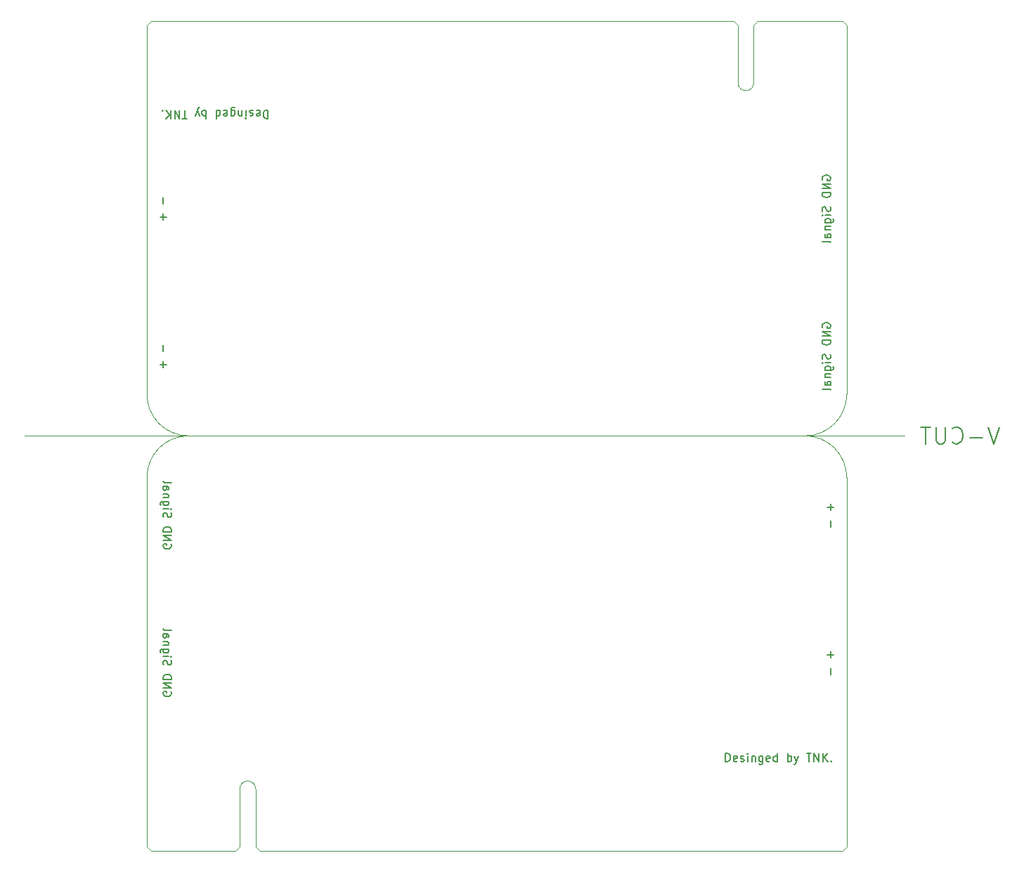
<source format=gbo>
G04 #@! TF.GenerationSoftware,KiCad,Pcbnew,(5.1.5)-3*
G04 #@! TF.CreationDate,2020-02-02T20:29:06+09:00*
G04 #@! TF.ProjectId,Tape-LED_Blinky-fin,54617065-2d4c-4454-945f-426c696e6b79,rev?*
G04 #@! TF.SameCoordinates,Original*
G04 #@! TF.FileFunction,Legend,Bot*
G04 #@! TF.FilePolarity,Positive*
%FSLAX46Y46*%
G04 Gerber Fmt 4.6, Leading zero omitted, Abs format (unit mm)*
G04 Created by KiCad (PCBNEW (5.1.5)-3) date 2020-02-02 20:29:06*
%MOMM*%
%LPD*%
G04 APERTURE LIST*
%ADD10C,0.150000*%
%ADD11C,0.120000*%
%ADD12C,0.100000*%
%ADD13R,0.802000X4.402000*%
%ADD14R,0.802000X3.302000*%
%ADD15C,1.702000*%
%ADD16O,1.702000X1.702000*%
%ADD17R,1.702000X1.702000*%
%ADD18R,2.007000X2.102000*%
%ADD19O,2.007000X2.102000*%
%ADD20R,1.802000X1.802000*%
%ADD21O,1.802000X1.802000*%
G04 APERTURE END LIST*
D10*
X197014285Y-102404761D02*
X196347619Y-104404761D01*
X195680952Y-102404761D01*
X195014285Y-103642857D02*
X193490476Y-103642857D01*
X191395238Y-104214285D02*
X191490476Y-104309523D01*
X191776190Y-104404761D01*
X191966666Y-104404761D01*
X192252380Y-104309523D01*
X192442857Y-104119047D01*
X192538095Y-103928571D01*
X192633333Y-103547619D01*
X192633333Y-103261904D01*
X192538095Y-102880952D01*
X192442857Y-102690476D01*
X192252380Y-102500000D01*
X191966666Y-102404761D01*
X191776190Y-102404761D01*
X191490476Y-102500000D01*
X191395238Y-102595238D01*
X190538095Y-102404761D02*
X190538095Y-104023809D01*
X190442857Y-104214285D01*
X190347619Y-104309523D01*
X190157142Y-104404761D01*
X189776190Y-104404761D01*
X189585714Y-104309523D01*
X189490476Y-104214285D01*
X189395238Y-104023809D01*
X189395238Y-102404761D01*
X188728571Y-102404761D02*
X187585714Y-102404761D01*
X188157142Y-104404761D02*
X188157142Y-102404761D01*
D11*
X99350000Y-103450000D02*
X79650000Y-103450000D01*
X173650000Y-103450000D02*
X185600000Y-103450000D01*
X99350000Y-103450000D02*
X173650000Y-103450000D01*
D10*
X96306428Y-77465952D02*
X96306428Y-76704047D01*
X96687380Y-77085000D02*
X95925476Y-77085000D01*
X96306428Y-75465952D02*
X96306428Y-74704047D01*
X96306428Y-95245952D02*
X96306428Y-94484047D01*
X96687380Y-94865000D02*
X95925476Y-94865000D01*
X96306428Y-93245952D02*
X96306428Y-92484047D01*
X108942142Y-64202619D02*
X108942142Y-65202619D01*
X108704047Y-65202619D01*
X108561190Y-65155000D01*
X108465952Y-65059761D01*
X108418333Y-64964523D01*
X108370714Y-64774047D01*
X108370714Y-64631190D01*
X108418333Y-64440714D01*
X108465952Y-64345476D01*
X108561190Y-64250238D01*
X108704047Y-64202619D01*
X108942142Y-64202619D01*
X107561190Y-64250238D02*
X107656428Y-64202619D01*
X107846904Y-64202619D01*
X107942142Y-64250238D01*
X107989761Y-64345476D01*
X107989761Y-64726428D01*
X107942142Y-64821666D01*
X107846904Y-64869285D01*
X107656428Y-64869285D01*
X107561190Y-64821666D01*
X107513571Y-64726428D01*
X107513571Y-64631190D01*
X107989761Y-64535952D01*
X107132619Y-64250238D02*
X107037380Y-64202619D01*
X106846904Y-64202619D01*
X106751666Y-64250238D01*
X106704047Y-64345476D01*
X106704047Y-64393095D01*
X106751666Y-64488333D01*
X106846904Y-64535952D01*
X106989761Y-64535952D01*
X107085000Y-64583571D01*
X107132619Y-64678809D01*
X107132619Y-64726428D01*
X107085000Y-64821666D01*
X106989761Y-64869285D01*
X106846904Y-64869285D01*
X106751666Y-64821666D01*
X106275476Y-64202619D02*
X106275476Y-64869285D01*
X106275476Y-65202619D02*
X106323095Y-65155000D01*
X106275476Y-65107380D01*
X106227857Y-65155000D01*
X106275476Y-65202619D01*
X106275476Y-65107380D01*
X105799285Y-64869285D02*
X105799285Y-64202619D01*
X105799285Y-64774047D02*
X105751666Y-64821666D01*
X105656428Y-64869285D01*
X105513571Y-64869285D01*
X105418333Y-64821666D01*
X105370714Y-64726428D01*
X105370714Y-64202619D01*
X104465952Y-64869285D02*
X104465952Y-64059761D01*
X104513571Y-63964523D01*
X104561190Y-63916904D01*
X104656428Y-63869285D01*
X104799285Y-63869285D01*
X104894523Y-63916904D01*
X104465952Y-64250238D02*
X104561190Y-64202619D01*
X104751666Y-64202619D01*
X104846904Y-64250238D01*
X104894523Y-64297857D01*
X104942142Y-64393095D01*
X104942142Y-64678809D01*
X104894523Y-64774047D01*
X104846904Y-64821666D01*
X104751666Y-64869285D01*
X104561190Y-64869285D01*
X104465952Y-64821666D01*
X103608809Y-64250238D02*
X103704047Y-64202619D01*
X103894523Y-64202619D01*
X103989761Y-64250238D01*
X104037380Y-64345476D01*
X104037380Y-64726428D01*
X103989761Y-64821666D01*
X103894523Y-64869285D01*
X103704047Y-64869285D01*
X103608809Y-64821666D01*
X103561190Y-64726428D01*
X103561190Y-64631190D01*
X104037380Y-64535952D01*
X102704047Y-64202619D02*
X102704047Y-65202619D01*
X102704047Y-64250238D02*
X102799285Y-64202619D01*
X102989761Y-64202619D01*
X103085000Y-64250238D01*
X103132619Y-64297857D01*
X103180238Y-64393095D01*
X103180238Y-64678809D01*
X103132619Y-64774047D01*
X103085000Y-64821666D01*
X102989761Y-64869285D01*
X102799285Y-64869285D01*
X102704047Y-64821666D01*
X101465952Y-64202619D02*
X101465952Y-65202619D01*
X101465952Y-64821666D02*
X101370714Y-64869285D01*
X101180238Y-64869285D01*
X101085000Y-64821666D01*
X101037380Y-64774047D01*
X100989761Y-64678809D01*
X100989761Y-64393095D01*
X101037380Y-64297857D01*
X101085000Y-64250238D01*
X101180238Y-64202619D01*
X101370714Y-64202619D01*
X101465952Y-64250238D01*
X100656428Y-64869285D02*
X100418333Y-64202619D01*
X100180238Y-64869285D02*
X100418333Y-64202619D01*
X100513571Y-63964523D01*
X100561190Y-63916904D01*
X100656428Y-63869285D01*
X99180238Y-65202619D02*
X98608809Y-65202619D01*
X98894523Y-64202619D02*
X98894523Y-65202619D01*
X98275476Y-64202619D02*
X98275476Y-65202619D01*
X97704047Y-64202619D01*
X97704047Y-65202619D01*
X97227857Y-64202619D02*
X97227857Y-65202619D01*
X96656428Y-64202619D02*
X97085000Y-64774047D01*
X96656428Y-65202619D02*
X97227857Y-64631190D01*
X96227857Y-64297857D02*
X96180238Y-64250238D01*
X96227857Y-64202619D01*
X96275476Y-64250238D01*
X96227857Y-64297857D01*
X96227857Y-64202619D01*
D12*
X99355000Y-103445000D02*
G75*
G02X94355000Y-98445000I0J5000000D01*
G01*
X178655000Y-61845000D02*
X178655000Y-98445000D01*
X94355000Y-61845000D02*
X94355000Y-98445000D01*
X178655000Y-98445000D02*
G75*
G02X173655000Y-103445000I-5000000J0D01*
G01*
D10*
X175745000Y-72608809D02*
X175697380Y-72513571D01*
X175697380Y-72370714D01*
X175745000Y-72227857D01*
X175840238Y-72132619D01*
X175935476Y-72085000D01*
X176125952Y-72037380D01*
X176268809Y-72037380D01*
X176459285Y-72085000D01*
X176554523Y-72132619D01*
X176649761Y-72227857D01*
X176697380Y-72370714D01*
X176697380Y-72465952D01*
X176649761Y-72608809D01*
X176602142Y-72656428D01*
X176268809Y-72656428D01*
X176268809Y-72465952D01*
X176697380Y-73085000D02*
X175697380Y-73085000D01*
X176697380Y-73656428D01*
X175697380Y-73656428D01*
X176697380Y-74132619D02*
X175697380Y-74132619D01*
X175697380Y-74370714D01*
X175745000Y-74513571D01*
X175840238Y-74608809D01*
X175935476Y-74656428D01*
X176125952Y-74704047D01*
X176268809Y-74704047D01*
X176459285Y-74656428D01*
X176554523Y-74608809D01*
X176649761Y-74513571D01*
X176697380Y-74370714D01*
X176697380Y-74132619D01*
X176649761Y-75846904D02*
X176697380Y-75989761D01*
X176697380Y-76227857D01*
X176649761Y-76323095D01*
X176602142Y-76370714D01*
X176506904Y-76418333D01*
X176411666Y-76418333D01*
X176316428Y-76370714D01*
X176268809Y-76323095D01*
X176221190Y-76227857D01*
X176173571Y-76037380D01*
X176125952Y-75942142D01*
X176078333Y-75894523D01*
X175983095Y-75846904D01*
X175887857Y-75846904D01*
X175792619Y-75894523D01*
X175745000Y-75942142D01*
X175697380Y-76037380D01*
X175697380Y-76275476D01*
X175745000Y-76418333D01*
X176697380Y-76846904D02*
X176030714Y-76846904D01*
X175697380Y-76846904D02*
X175745000Y-76799285D01*
X175792619Y-76846904D01*
X175745000Y-76894523D01*
X175697380Y-76846904D01*
X175792619Y-76846904D01*
X176030714Y-77751666D02*
X176840238Y-77751666D01*
X176935476Y-77704047D01*
X176983095Y-77656428D01*
X177030714Y-77561190D01*
X177030714Y-77418333D01*
X176983095Y-77323095D01*
X176649761Y-77751666D02*
X176697380Y-77656428D01*
X176697380Y-77465952D01*
X176649761Y-77370714D01*
X176602142Y-77323095D01*
X176506904Y-77275476D01*
X176221190Y-77275476D01*
X176125952Y-77323095D01*
X176078333Y-77370714D01*
X176030714Y-77465952D01*
X176030714Y-77656428D01*
X176078333Y-77751666D01*
X176030714Y-78227857D02*
X176697380Y-78227857D01*
X176125952Y-78227857D02*
X176078333Y-78275476D01*
X176030714Y-78370714D01*
X176030714Y-78513571D01*
X176078333Y-78608809D01*
X176173571Y-78656428D01*
X176697380Y-78656428D01*
X176697380Y-79561190D02*
X176173571Y-79561190D01*
X176078333Y-79513571D01*
X176030714Y-79418333D01*
X176030714Y-79227857D01*
X176078333Y-79132619D01*
X176649761Y-79561190D02*
X176697380Y-79465952D01*
X176697380Y-79227857D01*
X176649761Y-79132619D01*
X176554523Y-79085000D01*
X176459285Y-79085000D01*
X176364047Y-79132619D01*
X176316428Y-79227857D01*
X176316428Y-79465952D01*
X176268809Y-79561190D01*
X176697380Y-80180238D02*
X176649761Y-80085000D01*
X176554523Y-80037380D01*
X175697380Y-80037380D01*
X175745000Y-90388809D02*
X175697380Y-90293571D01*
X175697380Y-90150714D01*
X175745000Y-90007857D01*
X175840238Y-89912619D01*
X175935476Y-89865000D01*
X176125952Y-89817380D01*
X176268809Y-89817380D01*
X176459285Y-89865000D01*
X176554523Y-89912619D01*
X176649761Y-90007857D01*
X176697380Y-90150714D01*
X176697380Y-90245952D01*
X176649761Y-90388809D01*
X176602142Y-90436428D01*
X176268809Y-90436428D01*
X176268809Y-90245952D01*
X176697380Y-90865000D02*
X175697380Y-90865000D01*
X176697380Y-91436428D01*
X175697380Y-91436428D01*
X176697380Y-91912619D02*
X175697380Y-91912619D01*
X175697380Y-92150714D01*
X175745000Y-92293571D01*
X175840238Y-92388809D01*
X175935476Y-92436428D01*
X176125952Y-92484047D01*
X176268809Y-92484047D01*
X176459285Y-92436428D01*
X176554523Y-92388809D01*
X176649761Y-92293571D01*
X176697380Y-92150714D01*
X176697380Y-91912619D01*
X176649761Y-93626904D02*
X176697380Y-93769761D01*
X176697380Y-94007857D01*
X176649761Y-94103095D01*
X176602142Y-94150714D01*
X176506904Y-94198333D01*
X176411666Y-94198333D01*
X176316428Y-94150714D01*
X176268809Y-94103095D01*
X176221190Y-94007857D01*
X176173571Y-93817380D01*
X176125952Y-93722142D01*
X176078333Y-93674523D01*
X175983095Y-93626904D01*
X175887857Y-93626904D01*
X175792619Y-93674523D01*
X175745000Y-93722142D01*
X175697380Y-93817380D01*
X175697380Y-94055476D01*
X175745000Y-94198333D01*
X176697380Y-94626904D02*
X176030714Y-94626904D01*
X175697380Y-94626904D02*
X175745000Y-94579285D01*
X175792619Y-94626904D01*
X175745000Y-94674523D01*
X175697380Y-94626904D01*
X175792619Y-94626904D01*
X176030714Y-95531666D02*
X176840238Y-95531666D01*
X176935476Y-95484047D01*
X176983095Y-95436428D01*
X177030714Y-95341190D01*
X177030714Y-95198333D01*
X176983095Y-95103095D01*
X176649761Y-95531666D02*
X176697380Y-95436428D01*
X176697380Y-95245952D01*
X176649761Y-95150714D01*
X176602142Y-95103095D01*
X176506904Y-95055476D01*
X176221190Y-95055476D01*
X176125952Y-95103095D01*
X176078333Y-95150714D01*
X176030714Y-95245952D01*
X176030714Y-95436428D01*
X176078333Y-95531666D01*
X176030714Y-96007857D02*
X176697380Y-96007857D01*
X176125952Y-96007857D02*
X176078333Y-96055476D01*
X176030714Y-96150714D01*
X176030714Y-96293571D01*
X176078333Y-96388809D01*
X176173571Y-96436428D01*
X176697380Y-96436428D01*
X176697380Y-97341190D02*
X176173571Y-97341190D01*
X176078333Y-97293571D01*
X176030714Y-97198333D01*
X176030714Y-97007857D01*
X176078333Y-96912619D01*
X176649761Y-97341190D02*
X176697380Y-97245952D01*
X176697380Y-97007857D01*
X176649761Y-96912619D01*
X176554523Y-96865000D01*
X176459285Y-96865000D01*
X176364047Y-96912619D01*
X176316428Y-97007857D01*
X176316428Y-97245952D01*
X176268809Y-97341190D01*
X176697380Y-97960238D02*
X176649761Y-97865000D01*
X176554523Y-97817380D01*
X175697380Y-97817380D01*
X164062857Y-142692380D02*
X164062857Y-141692380D01*
X164300952Y-141692380D01*
X164443809Y-141740000D01*
X164539047Y-141835238D01*
X164586666Y-141930476D01*
X164634285Y-142120952D01*
X164634285Y-142263809D01*
X164586666Y-142454285D01*
X164539047Y-142549523D01*
X164443809Y-142644761D01*
X164300952Y-142692380D01*
X164062857Y-142692380D01*
X165443809Y-142644761D02*
X165348571Y-142692380D01*
X165158095Y-142692380D01*
X165062857Y-142644761D01*
X165015238Y-142549523D01*
X165015238Y-142168571D01*
X165062857Y-142073333D01*
X165158095Y-142025714D01*
X165348571Y-142025714D01*
X165443809Y-142073333D01*
X165491428Y-142168571D01*
X165491428Y-142263809D01*
X165015238Y-142359047D01*
X165872380Y-142644761D02*
X165967619Y-142692380D01*
X166158095Y-142692380D01*
X166253333Y-142644761D01*
X166300952Y-142549523D01*
X166300952Y-142501904D01*
X166253333Y-142406666D01*
X166158095Y-142359047D01*
X166015238Y-142359047D01*
X165920000Y-142311428D01*
X165872380Y-142216190D01*
X165872380Y-142168571D01*
X165920000Y-142073333D01*
X166015238Y-142025714D01*
X166158095Y-142025714D01*
X166253333Y-142073333D01*
X166729523Y-142692380D02*
X166729523Y-142025714D01*
X166729523Y-141692380D02*
X166681904Y-141740000D01*
X166729523Y-141787619D01*
X166777142Y-141740000D01*
X166729523Y-141692380D01*
X166729523Y-141787619D01*
X167205714Y-142025714D02*
X167205714Y-142692380D01*
X167205714Y-142120952D02*
X167253333Y-142073333D01*
X167348571Y-142025714D01*
X167491428Y-142025714D01*
X167586666Y-142073333D01*
X167634285Y-142168571D01*
X167634285Y-142692380D01*
X168539047Y-142025714D02*
X168539047Y-142835238D01*
X168491428Y-142930476D01*
X168443809Y-142978095D01*
X168348571Y-143025714D01*
X168205714Y-143025714D01*
X168110476Y-142978095D01*
X168539047Y-142644761D02*
X168443809Y-142692380D01*
X168253333Y-142692380D01*
X168158095Y-142644761D01*
X168110476Y-142597142D01*
X168062857Y-142501904D01*
X168062857Y-142216190D01*
X168110476Y-142120952D01*
X168158095Y-142073333D01*
X168253333Y-142025714D01*
X168443809Y-142025714D01*
X168539047Y-142073333D01*
X169396190Y-142644761D02*
X169300952Y-142692380D01*
X169110476Y-142692380D01*
X169015238Y-142644761D01*
X168967619Y-142549523D01*
X168967619Y-142168571D01*
X169015238Y-142073333D01*
X169110476Y-142025714D01*
X169300952Y-142025714D01*
X169396190Y-142073333D01*
X169443809Y-142168571D01*
X169443809Y-142263809D01*
X168967619Y-142359047D01*
X170300952Y-142692380D02*
X170300952Y-141692380D01*
X170300952Y-142644761D02*
X170205714Y-142692380D01*
X170015238Y-142692380D01*
X169920000Y-142644761D01*
X169872380Y-142597142D01*
X169824761Y-142501904D01*
X169824761Y-142216190D01*
X169872380Y-142120952D01*
X169920000Y-142073333D01*
X170015238Y-142025714D01*
X170205714Y-142025714D01*
X170300952Y-142073333D01*
X171539047Y-142692380D02*
X171539047Y-141692380D01*
X171539047Y-142073333D02*
X171634285Y-142025714D01*
X171824761Y-142025714D01*
X171920000Y-142073333D01*
X171967619Y-142120952D01*
X172015238Y-142216190D01*
X172015238Y-142501904D01*
X171967619Y-142597142D01*
X171920000Y-142644761D01*
X171824761Y-142692380D01*
X171634285Y-142692380D01*
X171539047Y-142644761D01*
X172348571Y-142025714D02*
X172586666Y-142692380D01*
X172824761Y-142025714D02*
X172586666Y-142692380D01*
X172491428Y-142930476D01*
X172443809Y-142978095D01*
X172348571Y-143025714D01*
X173824761Y-141692380D02*
X174396190Y-141692380D01*
X174110476Y-142692380D02*
X174110476Y-141692380D01*
X174729523Y-142692380D02*
X174729523Y-141692380D01*
X175300952Y-142692380D01*
X175300952Y-141692380D01*
X175777142Y-142692380D02*
X175777142Y-141692380D01*
X176348571Y-142692380D02*
X175920000Y-142120952D01*
X176348571Y-141692380D02*
X175777142Y-142263809D01*
X176777142Y-142597142D02*
X176824761Y-142644761D01*
X176777142Y-142692380D01*
X176729523Y-142644761D01*
X176777142Y-142597142D01*
X176777142Y-142692380D01*
D12*
X173650000Y-103450000D02*
G75*
G02X178650000Y-108450000I0J-5000000D01*
G01*
X94350000Y-108450000D02*
G75*
G02X99350000Y-103450000I5000000J0D01*
G01*
D10*
X176698571Y-111649047D02*
X176698571Y-112410952D01*
X176317619Y-112030000D02*
X177079523Y-112030000D01*
X176698571Y-113649047D02*
X176698571Y-114410952D01*
X176698571Y-129429047D02*
X176698571Y-130190952D01*
X176317619Y-129810000D02*
X177079523Y-129810000D01*
X176698571Y-131429047D02*
X176698571Y-132190952D01*
X97260000Y-134286190D02*
X97307619Y-134381428D01*
X97307619Y-134524285D01*
X97260000Y-134667142D01*
X97164761Y-134762380D01*
X97069523Y-134810000D01*
X96879047Y-134857619D01*
X96736190Y-134857619D01*
X96545714Y-134810000D01*
X96450476Y-134762380D01*
X96355238Y-134667142D01*
X96307619Y-134524285D01*
X96307619Y-134429047D01*
X96355238Y-134286190D01*
X96402857Y-134238571D01*
X96736190Y-134238571D01*
X96736190Y-134429047D01*
X96307619Y-133810000D02*
X97307619Y-133810000D01*
X96307619Y-133238571D01*
X97307619Y-133238571D01*
X96307619Y-132762380D02*
X97307619Y-132762380D01*
X97307619Y-132524285D01*
X97260000Y-132381428D01*
X97164761Y-132286190D01*
X97069523Y-132238571D01*
X96879047Y-132190952D01*
X96736190Y-132190952D01*
X96545714Y-132238571D01*
X96450476Y-132286190D01*
X96355238Y-132381428D01*
X96307619Y-132524285D01*
X96307619Y-132762380D01*
X96355238Y-131048095D02*
X96307619Y-130905238D01*
X96307619Y-130667142D01*
X96355238Y-130571904D01*
X96402857Y-130524285D01*
X96498095Y-130476666D01*
X96593333Y-130476666D01*
X96688571Y-130524285D01*
X96736190Y-130571904D01*
X96783809Y-130667142D01*
X96831428Y-130857619D01*
X96879047Y-130952857D01*
X96926666Y-131000476D01*
X97021904Y-131048095D01*
X97117142Y-131048095D01*
X97212380Y-131000476D01*
X97260000Y-130952857D01*
X97307619Y-130857619D01*
X97307619Y-130619523D01*
X97260000Y-130476666D01*
X96307619Y-130048095D02*
X96974285Y-130048095D01*
X97307619Y-130048095D02*
X97260000Y-130095714D01*
X97212380Y-130048095D01*
X97260000Y-130000476D01*
X97307619Y-130048095D01*
X97212380Y-130048095D01*
X96974285Y-129143333D02*
X96164761Y-129143333D01*
X96069523Y-129190952D01*
X96021904Y-129238571D01*
X95974285Y-129333809D01*
X95974285Y-129476666D01*
X96021904Y-129571904D01*
X96355238Y-129143333D02*
X96307619Y-129238571D01*
X96307619Y-129429047D01*
X96355238Y-129524285D01*
X96402857Y-129571904D01*
X96498095Y-129619523D01*
X96783809Y-129619523D01*
X96879047Y-129571904D01*
X96926666Y-129524285D01*
X96974285Y-129429047D01*
X96974285Y-129238571D01*
X96926666Y-129143333D01*
X96974285Y-128667142D02*
X96307619Y-128667142D01*
X96879047Y-128667142D02*
X96926666Y-128619523D01*
X96974285Y-128524285D01*
X96974285Y-128381428D01*
X96926666Y-128286190D01*
X96831428Y-128238571D01*
X96307619Y-128238571D01*
X96307619Y-127333809D02*
X96831428Y-127333809D01*
X96926666Y-127381428D01*
X96974285Y-127476666D01*
X96974285Y-127667142D01*
X96926666Y-127762380D01*
X96355238Y-127333809D02*
X96307619Y-127429047D01*
X96307619Y-127667142D01*
X96355238Y-127762380D01*
X96450476Y-127810000D01*
X96545714Y-127810000D01*
X96640952Y-127762380D01*
X96688571Y-127667142D01*
X96688571Y-127429047D01*
X96736190Y-127333809D01*
X96307619Y-126714761D02*
X96355238Y-126810000D01*
X96450476Y-126857619D01*
X97307619Y-126857619D01*
X97260000Y-116506190D02*
X97307619Y-116601428D01*
X97307619Y-116744285D01*
X97260000Y-116887142D01*
X97164761Y-116982380D01*
X97069523Y-117030000D01*
X96879047Y-117077619D01*
X96736190Y-117077619D01*
X96545714Y-117030000D01*
X96450476Y-116982380D01*
X96355238Y-116887142D01*
X96307619Y-116744285D01*
X96307619Y-116649047D01*
X96355238Y-116506190D01*
X96402857Y-116458571D01*
X96736190Y-116458571D01*
X96736190Y-116649047D01*
X96307619Y-116030000D02*
X97307619Y-116030000D01*
X96307619Y-115458571D01*
X97307619Y-115458571D01*
X96307619Y-114982380D02*
X97307619Y-114982380D01*
X97307619Y-114744285D01*
X97260000Y-114601428D01*
X97164761Y-114506190D01*
X97069523Y-114458571D01*
X96879047Y-114410952D01*
X96736190Y-114410952D01*
X96545714Y-114458571D01*
X96450476Y-114506190D01*
X96355238Y-114601428D01*
X96307619Y-114744285D01*
X96307619Y-114982380D01*
X96355238Y-113268095D02*
X96307619Y-113125238D01*
X96307619Y-112887142D01*
X96355238Y-112791904D01*
X96402857Y-112744285D01*
X96498095Y-112696666D01*
X96593333Y-112696666D01*
X96688571Y-112744285D01*
X96736190Y-112791904D01*
X96783809Y-112887142D01*
X96831428Y-113077619D01*
X96879047Y-113172857D01*
X96926666Y-113220476D01*
X97021904Y-113268095D01*
X97117142Y-113268095D01*
X97212380Y-113220476D01*
X97260000Y-113172857D01*
X97307619Y-113077619D01*
X97307619Y-112839523D01*
X97260000Y-112696666D01*
X96307619Y-112268095D02*
X96974285Y-112268095D01*
X97307619Y-112268095D02*
X97260000Y-112315714D01*
X97212380Y-112268095D01*
X97260000Y-112220476D01*
X97307619Y-112268095D01*
X97212380Y-112268095D01*
X96974285Y-111363333D02*
X96164761Y-111363333D01*
X96069523Y-111410952D01*
X96021904Y-111458571D01*
X95974285Y-111553809D01*
X95974285Y-111696666D01*
X96021904Y-111791904D01*
X96355238Y-111363333D02*
X96307619Y-111458571D01*
X96307619Y-111649047D01*
X96355238Y-111744285D01*
X96402857Y-111791904D01*
X96498095Y-111839523D01*
X96783809Y-111839523D01*
X96879047Y-111791904D01*
X96926666Y-111744285D01*
X96974285Y-111649047D01*
X96974285Y-111458571D01*
X96926666Y-111363333D01*
X96974285Y-110887142D02*
X96307619Y-110887142D01*
X96879047Y-110887142D02*
X96926666Y-110839523D01*
X96974285Y-110744285D01*
X96974285Y-110601428D01*
X96926666Y-110506190D01*
X96831428Y-110458571D01*
X96307619Y-110458571D01*
X96307619Y-109553809D02*
X96831428Y-109553809D01*
X96926666Y-109601428D01*
X96974285Y-109696666D01*
X96974285Y-109887142D01*
X96926666Y-109982380D01*
X96355238Y-109553809D02*
X96307619Y-109649047D01*
X96307619Y-109887142D01*
X96355238Y-109982380D01*
X96450476Y-110030000D01*
X96545714Y-110030000D01*
X96640952Y-109982380D01*
X96688571Y-109887142D01*
X96688571Y-109649047D01*
X96736190Y-109553809D01*
X96307619Y-108934761D02*
X96355238Y-109030000D01*
X96450476Y-109077619D01*
X97307619Y-109077619D01*
D12*
X178650000Y-145050000D02*
X178650000Y-108450000D01*
X94350000Y-145050000D02*
X94350000Y-108450000D01*
X167455000Y-60895000D02*
X167455000Y-53945000D01*
X165555000Y-60895000D02*
X165555000Y-53945000D01*
X178655000Y-61845000D02*
X178655000Y-53945000D01*
X178155000Y-53445000D02*
X167955000Y-53445000D01*
X94355000Y-61845000D02*
X94355000Y-53945000D01*
X165055000Y-53445000D02*
X94855000Y-53445000D01*
X178655000Y-53945000D02*
X178155000Y-53445000D01*
X167455000Y-53945000D02*
X167955000Y-53445000D01*
X165555000Y-53945000D02*
X165055000Y-53445000D01*
X94355000Y-53945000D02*
X94855000Y-53445000D01*
X167455000Y-60895000D02*
G75*
G02X165555000Y-60895000I-950000J0D01*
G01*
X105550000Y-146000000D02*
G75*
G02X107450000Y-146000000I950000J0D01*
G01*
X178650000Y-152950000D02*
X178150000Y-153450000D01*
X107450000Y-152950000D02*
X107950000Y-153450000D01*
X105550000Y-152950000D02*
X105050000Y-153450000D01*
X94350000Y-152950000D02*
X94850000Y-153450000D01*
X107950000Y-153450000D02*
X178150000Y-153450000D01*
X178650000Y-145050000D02*
X178650000Y-152950000D01*
X94850000Y-153450000D02*
X105050000Y-153450000D01*
X94350000Y-145050000D02*
X94350000Y-152950000D01*
X107450000Y-146000000D02*
X107450000Y-152950000D01*
X105550000Y-146000000D02*
X105550000Y-152950000D01*
%LPC*%
D13*
X136005000Y-56895000D03*
X137005000Y-56895000D03*
X138005000Y-56895000D03*
X139005000Y-56895000D03*
X140005000Y-56895000D03*
X141005000Y-56895000D03*
X142005000Y-56895000D03*
X143005000Y-56895000D03*
X144005000Y-56895000D03*
X145005000Y-56895000D03*
X146005000Y-56895000D03*
X147005000Y-56895000D03*
X148005000Y-56895000D03*
X149005000Y-56895000D03*
X150005000Y-56895000D03*
X151005000Y-56895000D03*
X152005000Y-56895000D03*
X153005000Y-56895000D03*
X154005000Y-56895000D03*
X155005000Y-56895000D03*
X156005000Y-56895000D03*
X157005000Y-56895000D03*
X158005000Y-56895000D03*
D14*
X178005000Y-57445000D03*
D13*
X177005000Y-56895000D03*
X176005000Y-56895000D03*
X175005000Y-56895000D03*
X174005000Y-56895000D03*
X173005000Y-56895000D03*
X172005000Y-56895000D03*
X171005000Y-56895000D03*
X170005000Y-56895000D03*
X169005000Y-56895000D03*
X168005000Y-56895000D03*
X163005000Y-56895000D03*
X162005000Y-56895000D03*
X161005000Y-56895000D03*
X160005000Y-56895000D03*
X159005000Y-56895000D03*
X165005000Y-56895000D03*
X164005000Y-56895000D03*
X135005000Y-56895000D03*
X134005000Y-56895000D03*
X133005000Y-56895000D03*
X132005000Y-56895000D03*
X131005000Y-56895000D03*
X130005000Y-56895000D03*
X129005000Y-56895000D03*
X128005000Y-56895000D03*
X127005000Y-56895000D03*
X126005000Y-56895000D03*
X125005000Y-56895000D03*
X124005000Y-56895000D03*
X123005000Y-56895000D03*
X122005000Y-56895000D03*
X121005000Y-56895000D03*
X120005000Y-56895000D03*
X119005000Y-56895000D03*
X118005000Y-56895000D03*
X117005000Y-56895000D03*
X116005000Y-56895000D03*
X115005000Y-56895000D03*
X114005000Y-56895000D03*
X113005000Y-56895000D03*
X112005000Y-56895000D03*
X111005000Y-56895000D03*
X110005000Y-56895000D03*
X109005000Y-56895000D03*
X108005000Y-56895000D03*
X107005000Y-56895000D03*
X106005000Y-56895000D03*
X105005000Y-56895000D03*
X104005000Y-56895000D03*
X103005000Y-56895000D03*
X102005000Y-56895000D03*
X101005000Y-56895000D03*
X100005000Y-56895000D03*
X99005000Y-56895000D03*
X98005000Y-56895000D03*
X97005000Y-56895000D03*
X96005000Y-56895000D03*
X95005000Y-56895000D03*
D15*
X120365000Y-69735000D03*
D16*
X110205000Y-69735000D03*
D17*
X150845000Y-95135000D03*
D16*
X143225000Y-92595000D03*
X150845000Y-92595000D03*
X143225000Y-95135000D03*
D18*
X163545000Y-67195000D03*
D19*
X161005000Y-64695000D03*
X158465000Y-67195000D03*
D20*
X100045000Y-74815000D03*
D21*
X100045000Y-77355000D03*
D18*
X120365000Y-77355000D03*
D19*
X117825000Y-74855000D03*
X115285000Y-77355000D03*
D15*
X155925000Y-77355000D03*
D16*
X166085000Y-77355000D03*
D20*
X100045000Y-92595000D03*
D21*
X100045000Y-95135000D03*
D15*
X155925000Y-95135000D03*
D16*
X166085000Y-95135000D03*
D18*
X120365000Y-95135000D03*
D19*
X117825000Y-92635000D03*
X115285000Y-95135000D03*
D15*
X127985000Y-69735000D03*
D16*
X138145000Y-69735000D03*
D17*
X150845000Y-77355000D03*
D16*
X143225000Y-74815000D03*
X150845000Y-74815000D03*
X143225000Y-77355000D03*
D20*
X173705000Y-92595000D03*
D21*
X173705000Y-95135000D03*
D15*
X127985000Y-77355000D03*
D16*
X138145000Y-77355000D03*
D20*
X173705000Y-74815000D03*
D21*
X173705000Y-77355000D03*
D15*
X127985000Y-95135000D03*
D16*
X138145000Y-95135000D03*
D15*
X127985000Y-87515000D03*
D16*
X138145000Y-87515000D03*
D15*
X120365000Y-87515000D03*
D16*
X110205000Y-87515000D03*
X129780000Y-111760000D03*
X122160000Y-114300000D03*
X129780000Y-114300000D03*
D17*
X122160000Y-111760000D03*
D16*
X162800000Y-119380000D03*
D15*
X152640000Y-119380000D03*
D16*
X134860000Y-119380000D03*
D15*
X145020000Y-119380000D03*
D16*
X106920000Y-111760000D03*
D15*
X117080000Y-111760000D03*
D16*
X134860000Y-111760000D03*
D15*
X145020000Y-111760000D03*
D19*
X157720000Y-111760000D03*
X155180000Y-114260000D03*
D18*
X152640000Y-111760000D03*
D21*
X99300000Y-111760000D03*
D20*
X99300000Y-114300000D03*
D21*
X172960000Y-111760000D03*
D20*
X172960000Y-114300000D03*
D16*
X129780000Y-129540000D03*
X122160000Y-132080000D03*
X129780000Y-132080000D03*
D17*
X122160000Y-129540000D03*
D13*
X178000000Y-150000000D03*
X177000000Y-150000000D03*
X176000000Y-150000000D03*
X175000000Y-150000000D03*
X174000000Y-150000000D03*
X173000000Y-150000000D03*
X172000000Y-150000000D03*
X171000000Y-150000000D03*
X170000000Y-150000000D03*
X169000000Y-150000000D03*
X168000000Y-150000000D03*
X167000000Y-150000000D03*
X166000000Y-150000000D03*
X165000000Y-150000000D03*
X164000000Y-150000000D03*
X163000000Y-150000000D03*
X162000000Y-150000000D03*
X161000000Y-150000000D03*
X160000000Y-150000000D03*
X159000000Y-150000000D03*
X158000000Y-150000000D03*
X157000000Y-150000000D03*
X156000000Y-150000000D03*
X155000000Y-150000000D03*
X154000000Y-150000000D03*
X153000000Y-150000000D03*
X152000000Y-150000000D03*
X151000000Y-150000000D03*
X150000000Y-150000000D03*
X149000000Y-150000000D03*
X148000000Y-150000000D03*
X147000000Y-150000000D03*
X146000000Y-150000000D03*
X145000000Y-150000000D03*
X144000000Y-150000000D03*
X143000000Y-150000000D03*
X142000000Y-150000000D03*
X141000000Y-150000000D03*
X140000000Y-150000000D03*
X139000000Y-150000000D03*
X138000000Y-150000000D03*
X109000000Y-150000000D03*
X108000000Y-150000000D03*
X114000000Y-150000000D03*
X113000000Y-150000000D03*
X112000000Y-150000000D03*
X111000000Y-150000000D03*
X110000000Y-150000000D03*
X105000000Y-150000000D03*
X104000000Y-150000000D03*
X103000000Y-150000000D03*
X102000000Y-150000000D03*
X101000000Y-150000000D03*
X100000000Y-150000000D03*
X99000000Y-150000000D03*
X98000000Y-150000000D03*
X97000000Y-150000000D03*
X96000000Y-150000000D03*
D14*
X95000000Y-149450000D03*
D13*
X115000000Y-150000000D03*
X116000000Y-150000000D03*
X117000000Y-150000000D03*
X118000000Y-150000000D03*
X119000000Y-150000000D03*
X120000000Y-150000000D03*
X121000000Y-150000000D03*
X122000000Y-150000000D03*
X123000000Y-150000000D03*
X124000000Y-150000000D03*
X125000000Y-150000000D03*
X126000000Y-150000000D03*
X127000000Y-150000000D03*
X128000000Y-150000000D03*
X129000000Y-150000000D03*
X130000000Y-150000000D03*
X131000000Y-150000000D03*
X132000000Y-150000000D03*
X133000000Y-150000000D03*
X134000000Y-150000000D03*
X135000000Y-150000000D03*
X136000000Y-150000000D03*
X137000000Y-150000000D03*
D19*
X114540000Y-139700000D03*
X112000000Y-142200000D03*
D18*
X109460000Y-139700000D03*
D16*
X162800000Y-137160000D03*
D15*
X152640000Y-137160000D03*
D16*
X134860000Y-137160000D03*
D15*
X145020000Y-137160000D03*
D16*
X134860000Y-129540000D03*
D15*
X145020000Y-129540000D03*
D16*
X106920000Y-129540000D03*
D15*
X117080000Y-129540000D03*
D19*
X157720000Y-129540000D03*
X155180000Y-132040000D03*
D18*
X152640000Y-129540000D03*
D21*
X99300000Y-129540000D03*
D20*
X99300000Y-132080000D03*
D21*
X172960000Y-129540000D03*
D20*
X172960000Y-132080000D03*
M02*

</source>
